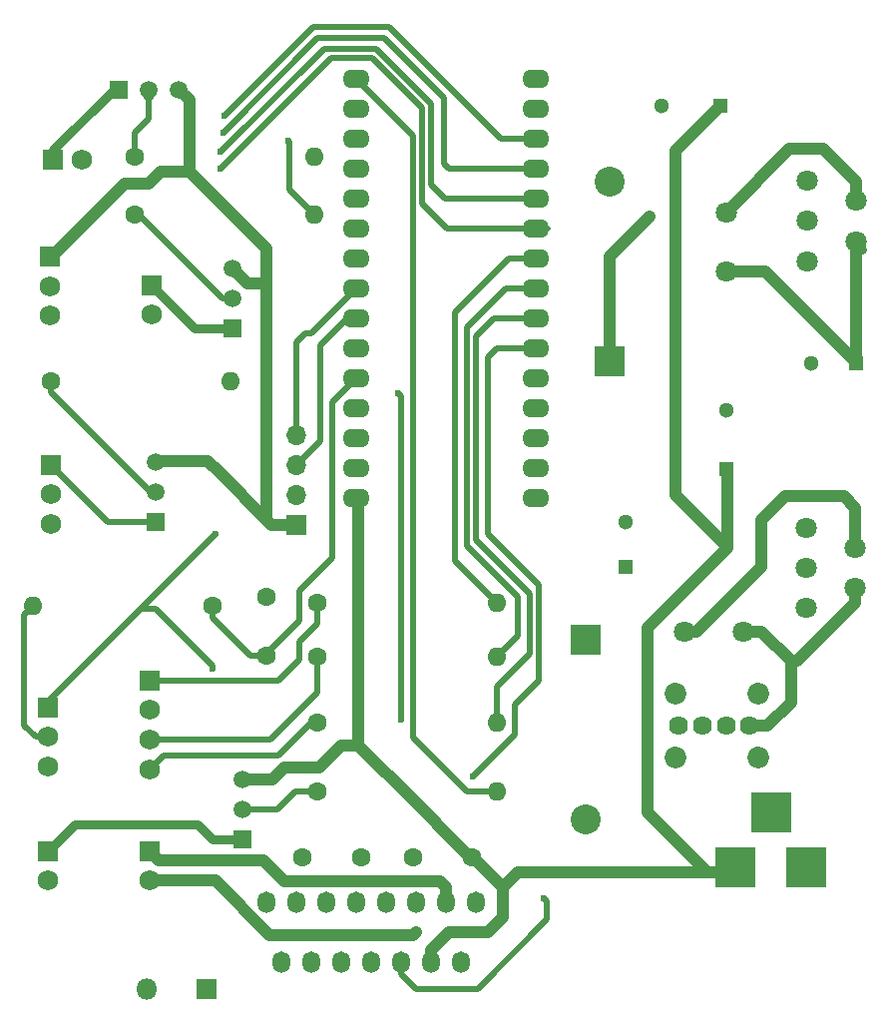
<source format=gbr>
G04 #@! TF.FileFunction,Copper,L1,Top,Signal*
%FSLAX46Y46*%
G04 Gerber Fmt 4.6, Leading zero omitted, Abs format (unit mm)*
G04 Created by KiCad (PCBNEW 4.0.7-e2-6376~58~ubuntu16.04.1) date Tue May  8 12:05:07 2018*
%MOMM*%
%LPD*%
G01*
G04 APERTURE LIST*
%ADD10C,0.100000*%
%ADD11C,1.520000*%
%ADD12R,1.520000X1.520000*%
%ADD13O,2.300000X1.600000*%
%ADD14R,1.300000X1.300000*%
%ADD15C,1.300000*%
%ADD16R,3.500120X3.500120*%
%ADD17C,2.540000*%
%ADD18R,2.540000X2.540000*%
%ADD19C,1.800860*%
%ADD20C,1.800000*%
%ADD21O,1.524000X1.824000*%
%ADD22C,1.620000*%
%ADD23C,1.850000*%
%ADD24R,1.800000X1.800000*%
%ADD25O,1.800000X1.800000*%
%ADD26R,1.700000X1.700000*%
%ADD27O,1.700000X1.700000*%
%ADD28C,1.600000*%
%ADD29O,1.600000X1.600000*%
%ADD30R,1.750000X1.750000*%
%ADD31C,1.750000*%
%ADD32C,0.600000*%
%ADD33C,0.800000*%
%ADD34C,0.500000*%
%ADD35C,1.000000*%
%ADD36C,0.750000*%
G04 APERTURE END LIST*
D10*
D11*
X117540000Y-55000000D03*
X120080000Y-55000000D03*
D12*
X115000000Y-55000000D03*
D13*
X135128000Y-54102000D03*
X135128000Y-56642000D03*
X135128000Y-59182000D03*
X135128000Y-61722000D03*
X135128000Y-64262000D03*
X135128000Y-66802000D03*
X135128000Y-69342000D03*
X135128000Y-71882000D03*
X135128000Y-74422000D03*
X135128000Y-76962000D03*
X135128000Y-79502000D03*
X135128000Y-82042000D03*
X135128000Y-84582000D03*
X135128000Y-87122000D03*
X135128000Y-89662000D03*
X150368000Y-89662000D03*
X150368000Y-87122000D03*
X150368000Y-84582000D03*
X150368000Y-82042000D03*
X150368000Y-79502000D03*
X150368000Y-76962000D03*
X150368000Y-74422000D03*
X150368000Y-71882000D03*
X150368000Y-69342000D03*
X150368000Y-66802000D03*
X150368000Y-64262000D03*
X150368000Y-61722000D03*
X150368000Y-59182000D03*
X150368000Y-56642000D03*
X150368000Y-54102000D03*
D14*
X165989000Y-56388000D03*
D15*
X160989000Y-56388000D03*
D14*
X166497000Y-87249000D03*
D15*
X166497000Y-82249000D03*
D14*
X177546000Y-78232000D03*
D15*
X173746000Y-78232000D03*
D14*
X158000000Y-95500000D03*
D15*
X158000000Y-91700000D03*
D16*
X167299860Y-121000000D03*
X173299340Y-121000000D03*
X170299600Y-116301000D03*
D17*
X154561960Y-116968220D03*
D18*
X154561960Y-101728220D03*
D17*
X156588040Y-62863780D03*
D18*
X156588040Y-78103780D03*
D19*
X166497000Y-65445640D03*
X166497000Y-70444360D03*
X163000640Y-101000000D03*
X167999360Y-101000000D03*
D20*
X173282500Y-95567500D03*
X173282500Y-98967500D03*
X173282500Y-92167500D03*
X177482500Y-93867500D03*
X177482500Y-97267500D03*
X173346000Y-66167000D03*
X173346000Y-69567000D03*
X173346000Y-62767000D03*
X177546000Y-64467000D03*
X177546000Y-67867000D03*
D21*
X145288000Y-123952000D03*
X144018000Y-129032000D03*
X142748000Y-123952000D03*
X141478000Y-129032000D03*
X140208000Y-123952000D03*
X138938000Y-129032000D03*
X137668000Y-123952000D03*
X136398000Y-129032000D03*
X135128000Y-123952000D03*
X133858000Y-129032000D03*
X132588000Y-123952000D03*
X131318000Y-129032000D03*
X130048000Y-123952000D03*
X128778000Y-129032000D03*
X127508000Y-123952000D03*
D22*
X168500000Y-109000000D03*
X166500000Y-109000000D03*
X164500000Y-109000000D03*
D23*
X169230000Y-111720000D03*
D22*
X162500000Y-109000000D03*
D23*
X162230000Y-111720000D03*
X169230000Y-106280000D03*
X162230000Y-106280000D03*
D24*
X122428000Y-131318000D03*
D25*
X117348000Y-131318000D03*
D11*
X124587000Y-72771000D03*
X124587000Y-70231000D03*
D12*
X124587000Y-75311000D03*
D11*
X125476000Y-116078000D03*
X125476000Y-113538000D03*
D12*
X125476000Y-118618000D03*
D11*
X118110000Y-89154000D03*
X118110000Y-86614000D03*
D12*
X118110000Y-91694000D03*
D26*
X130048000Y-91948000D03*
D27*
X130048000Y-89408000D03*
X130048000Y-86868000D03*
X130048000Y-84328000D03*
D28*
X131826000Y-98552000D03*
D29*
X147066000Y-98552000D03*
D28*
X131826000Y-103124000D03*
D29*
X147066000Y-103124000D03*
D28*
X131826000Y-108712000D03*
D29*
X147066000Y-108712000D03*
D28*
X131826000Y-114554000D03*
D29*
X147066000Y-114554000D03*
D28*
X109220000Y-79756000D03*
D29*
X124460000Y-79756000D03*
D28*
X122936000Y-98806000D03*
D29*
X107696000Y-98806000D03*
D28*
X116332000Y-65659000D03*
D29*
X131572000Y-65659000D03*
D28*
X116332000Y-60706000D03*
D29*
X131572000Y-60706000D03*
D30*
X108966000Y-119634000D03*
D31*
X108966000Y-122134000D03*
D28*
X130556000Y-120142000D03*
X135556000Y-120142000D03*
X139954000Y-120142000D03*
X144954000Y-120142000D03*
D30*
X117602000Y-119634000D03*
D31*
X117602000Y-122134000D03*
D30*
X108966000Y-107442000D03*
D31*
X108966000Y-109942000D03*
X108966000Y-112442000D03*
D28*
X127508000Y-98044000D03*
X127508000Y-103044000D03*
D30*
X117602000Y-105156000D03*
D31*
X117602000Y-107656000D03*
X117602000Y-110156000D03*
X117602000Y-112656000D03*
D30*
X109093000Y-69215000D03*
D31*
X109093000Y-71715000D03*
X109093000Y-74215000D03*
D30*
X109220000Y-86868000D03*
D31*
X109220000Y-89368000D03*
X109220000Y-91868000D03*
D30*
X117729000Y-71628000D03*
D31*
X117729000Y-74128000D03*
D30*
X109347000Y-60960000D03*
D31*
X111847000Y-60960000D03*
D32*
X122936000Y-104140000D03*
X123190000Y-92710000D03*
D33*
X160020000Y-65786000D03*
X140208000Y-126492000D03*
D32*
X123634500Y-60325000D03*
X123634500Y-61722000D03*
X123952000Y-57277000D03*
X151066500Y-123634500D03*
X129349500Y-59372500D03*
X123825000Y-58674000D03*
X145034000Y-113284000D03*
X138938000Y-108458000D03*
X138684000Y-80772000D03*
D34*
X127508000Y-103044000D02*
X127508000Y-102870000D01*
X127508000Y-102870000D02*
X130302000Y-100076000D01*
X133096000Y-81534000D02*
X135128000Y-79502000D01*
X133096000Y-94742000D02*
X133096000Y-81534000D01*
X130302000Y-97536000D02*
X133096000Y-94742000D01*
X130302000Y-100076000D02*
X130302000Y-97536000D01*
X127508000Y-103044000D02*
X126158000Y-103044000D01*
X122936000Y-99822000D02*
X122936000Y-98806000D01*
X126158000Y-103044000D02*
X122936000Y-99822000D01*
X108966000Y-109942000D02*
X107910000Y-109942000D01*
X106934000Y-99568000D02*
X107696000Y-98806000D01*
X106934000Y-108966000D02*
X106934000Y-99568000D01*
X107910000Y-109942000D02*
X106934000Y-108966000D01*
D35*
X135319000Y-110681000D02*
X133819000Y-110681000D01*
X127962000Y-113538000D02*
X125476000Y-113538000D01*
X129000000Y-112500000D02*
X127962000Y-113538000D01*
X132000000Y-112500000D02*
X129000000Y-112500000D01*
X133819000Y-110681000D02*
X132000000Y-112500000D01*
X166624000Y-88201500D02*
X166624000Y-87376000D01*
X166624000Y-87376000D02*
X166497000Y-87249000D01*
X166624000Y-93916500D02*
X166624000Y-93853000D01*
X162179000Y-60198000D02*
X165989000Y-56388000D01*
X162179000Y-89408000D02*
X162179000Y-60198000D01*
X166624000Y-93853000D02*
X162179000Y-89408000D01*
X164909500Y-121412000D02*
X159829500Y-116332000D01*
X159829500Y-116332000D02*
X159829500Y-100711000D01*
X159829500Y-100711000D02*
X166624000Y-93916500D01*
X166624000Y-93916500D02*
X166624000Y-88201500D01*
X167281860Y-121412000D02*
X164909500Y-121412000D01*
X167281860Y-121412000D02*
X148844000Y-121412000D01*
X148844000Y-121412000D02*
X147574000Y-122682000D01*
X145034000Y-120142000D02*
X147574000Y-122682000D01*
X147574000Y-122682000D02*
X147574000Y-125222000D01*
X147574000Y-125222000D02*
X146304000Y-126492000D01*
X146304000Y-126492000D02*
X143002000Y-126492000D01*
X143002000Y-126492000D02*
X141478000Y-128016000D01*
X141478000Y-128016000D02*
X141478000Y-129032000D01*
X142240000Y-117602000D02*
X141605000Y-116967000D01*
X141605000Y-116967000D02*
X140081000Y-115443000D01*
X140081000Y-115443000D02*
X135319000Y-110681000D01*
X135319000Y-110681000D02*
X135255000Y-110617000D01*
X135255000Y-110617000D02*
X135255000Y-89789000D01*
X135255000Y-89789000D02*
X135128000Y-89662000D01*
X134874000Y-89916000D02*
X135128000Y-89662000D01*
X144954000Y-120142000D02*
X144780000Y-120142000D01*
X144780000Y-120142000D02*
X142240000Y-117602000D01*
X144954000Y-120142000D02*
X145034000Y-120142000D01*
X121000000Y-62000000D02*
X118500000Y-62000000D01*
X115500000Y-63000000D02*
X109285000Y-69215000D01*
X117500000Y-63000000D02*
X115500000Y-63000000D01*
X118500000Y-62000000D02*
X117500000Y-63000000D01*
X109285000Y-69215000D02*
X109093000Y-69215000D01*
X127500000Y-91500000D02*
X123500000Y-87500000D01*
X122500000Y-86500000D02*
X118224000Y-86500000D01*
X123500000Y-87500000D02*
X122500000Y-86500000D01*
X118224000Y-86500000D02*
X118110000Y-86614000D01*
X127500000Y-71500000D02*
X125856000Y-71500000D01*
X125856000Y-71500000D02*
X124587000Y-70231000D01*
X130048000Y-91948000D02*
X127948000Y-91948000D01*
X121000000Y-55920000D02*
X120080000Y-55000000D01*
X121000000Y-62000000D02*
X121000000Y-55920000D01*
X127500000Y-68500000D02*
X121000000Y-62000000D01*
X127500000Y-91500000D02*
X127500000Y-71500000D01*
X127500000Y-71500000D02*
X127500000Y-68500000D01*
X127948000Y-91948000D02*
X127500000Y-91500000D01*
X177546000Y-78232000D02*
X177546000Y-78168500D01*
X177546000Y-78168500D02*
X169821860Y-70444360D01*
X169821860Y-70444360D02*
X166497000Y-70444360D01*
X177546000Y-78232000D02*
X177546000Y-67867000D01*
D36*
X178054000Y-68580000D02*
X177800000Y-68580000D01*
D34*
X124587000Y-70231000D02*
X124333000Y-70231000D01*
D35*
X172000000Y-103500000D02*
X172500000Y-103500000D01*
X177482500Y-98517500D02*
X177482500Y-97267500D01*
X172500000Y-103500000D02*
X177482500Y-98517500D01*
X167999360Y-101000000D02*
X169500000Y-101000000D01*
X170000000Y-109000000D02*
X168500000Y-109000000D01*
X172000000Y-107000000D02*
X170000000Y-109000000D01*
X172000000Y-103500000D02*
X172000000Y-107000000D01*
X169500000Y-101000000D02*
X172000000Y-103500000D01*
D34*
X118110000Y-99060000D02*
X122936000Y-103886000D01*
X122936000Y-103886000D02*
X122936000Y-104140000D01*
X116840000Y-99060000D02*
X118110000Y-99060000D01*
X123190000Y-92710000D02*
X116840000Y-99060000D01*
X116840000Y-99060000D02*
X108966000Y-106934000D01*
X108966000Y-106934000D02*
X108966000Y-107442000D01*
D35*
X163000640Y-101000000D02*
X164000000Y-101000000D01*
X177482500Y-90482500D02*
X177482500Y-93867500D01*
X176500000Y-89500000D02*
X177482500Y-90482500D01*
X171500000Y-89500000D02*
X176500000Y-89500000D01*
X169500000Y-91500000D02*
X171500000Y-89500000D01*
X169500000Y-95500000D02*
X169500000Y-91500000D01*
X164000000Y-101000000D02*
X169500000Y-95500000D01*
X177482500Y-93218000D02*
X177482500Y-93867500D01*
X156588040Y-69217960D02*
X156588040Y-78103780D01*
X160020000Y-65786000D02*
X156588040Y-69217960D01*
X166497000Y-65445640D02*
X166519860Y-65445640D01*
X166519860Y-65445640D02*
X171894500Y-60071000D01*
X177546000Y-62865000D02*
X177546000Y-64467000D01*
X174752000Y-60071000D02*
X177546000Y-62865000D01*
X171894500Y-60071000D02*
X174752000Y-60071000D01*
X140208000Y-126492000D02*
X139954000Y-126746000D01*
X139954000Y-126746000D02*
X127762000Y-126746000D01*
X127762000Y-126746000D02*
X123150000Y-122134000D01*
X123150000Y-122134000D02*
X117602000Y-122134000D01*
X142748000Y-123952000D02*
X142748000Y-122682000D01*
X127254000Y-120396000D02*
X118364000Y-120396000D01*
X129032000Y-122174000D02*
X127254000Y-120396000D01*
X142240000Y-122174000D02*
X129032000Y-122174000D01*
X142748000Y-122682000D02*
X142240000Y-122174000D01*
X118364000Y-120396000D02*
X117602000Y-119634000D01*
D36*
X125476000Y-118618000D02*
X122936000Y-118618000D01*
X111252000Y-117348000D02*
X108966000Y-119634000D01*
X121666000Y-117348000D02*
X111252000Y-117348000D01*
X122936000Y-118618000D02*
X121666000Y-117348000D01*
X109347000Y-60960000D02*
X109347000Y-60153000D01*
X109347000Y-60153000D02*
X114500000Y-55000000D01*
X114500000Y-55000000D02*
X115000000Y-55000000D01*
X124587000Y-75311000D02*
X121412000Y-75311000D01*
X121412000Y-75311000D02*
X117729000Y-71628000D01*
X124587000Y-75311000D02*
X123888500Y-75311000D01*
D34*
X150368000Y-64262000D02*
X142684500Y-64262000D01*
X132397500Y-51562000D02*
X123634500Y-60325000D01*
X136842500Y-51562000D02*
X132397500Y-51562000D01*
X141466002Y-56185502D02*
X136842500Y-51562000D01*
X141466002Y-63043502D02*
X141466002Y-56185502D01*
X142684500Y-64262000D02*
X141466002Y-63043502D01*
X118110000Y-91694000D02*
X114046000Y-91694000D01*
X114046000Y-91694000D02*
X109220000Y-86868000D01*
X150368000Y-66802000D02*
X142811500Y-66802000D01*
X133032500Y-52324000D02*
X123634500Y-61722000D01*
X136461500Y-52324000D02*
X133032500Y-52324000D01*
X140716000Y-56578500D02*
X136461500Y-52324000D01*
X140716000Y-64706500D02*
X140716000Y-56578500D01*
X142811500Y-66802000D02*
X140716000Y-64706500D01*
X151384000Y-66802000D02*
X150368000Y-66802000D01*
X135128000Y-74422000D02*
X134366000Y-74422000D01*
X134366000Y-74422000D02*
X132080000Y-76708000D01*
X132080000Y-76708000D02*
X132080000Y-84836000D01*
X132080000Y-84836000D02*
X130048000Y-86868000D01*
X130048000Y-84328000D02*
X130048000Y-76454000D01*
X131318000Y-75692000D02*
X135128000Y-71882000D01*
X130810000Y-75692000D02*
X131318000Y-75692000D01*
X130048000Y-76454000D02*
X130810000Y-75692000D01*
X131826000Y-103124000D02*
X131826000Y-106172000D01*
X127842000Y-110156000D02*
X117602000Y-110156000D01*
X131826000Y-106172000D02*
X127842000Y-110156000D01*
X131826000Y-108712000D02*
X131318000Y-108712000D01*
X131318000Y-108712000D02*
X128524000Y-111506000D01*
X128524000Y-111506000D02*
X118752000Y-111506000D01*
X118752000Y-111506000D02*
X117602000Y-112656000D01*
X131826000Y-98552000D02*
X131826000Y-100330000D01*
X128524000Y-105156000D02*
X117602000Y-105156000D01*
X130302000Y-103378000D02*
X128524000Y-105156000D01*
X130302000Y-101854000D02*
X130302000Y-103378000D01*
X131826000Y-100330000D02*
X130302000Y-101854000D01*
X150368000Y-59182000D02*
X147383500Y-59182000D01*
X131508500Y-49720500D02*
X123952000Y-57277000D01*
X137922000Y-49720500D02*
X131508500Y-49720500D01*
X147383500Y-59182000D02*
X137922000Y-49720500D01*
X138938000Y-130048000D02*
X138938000Y-129032000D01*
X140208000Y-131318000D02*
X138938000Y-130048000D01*
X145415000Y-131318000D02*
X140208000Y-131318000D01*
X151320500Y-125412500D02*
X145415000Y-131318000D01*
X151320500Y-123888500D02*
X151320500Y-125412500D01*
X151066500Y-123634500D02*
X151320500Y-123888500D01*
X147066000Y-114554000D02*
X144526000Y-114554000D01*
X139954000Y-58928000D02*
X135128000Y-54102000D01*
X139954000Y-109982000D02*
X139954000Y-58928000D01*
X144526000Y-114554000D02*
X139954000Y-109982000D01*
X129349500Y-59372500D02*
X129413000Y-59436000D01*
X129413000Y-59436000D02*
X129413000Y-63500000D01*
X129413000Y-63500000D02*
X131572000Y-65659000D01*
X150368000Y-61722000D02*
X143002000Y-61722000D01*
X131826000Y-50673000D02*
X123825000Y-58674000D01*
X137477500Y-50673000D02*
X131826000Y-50673000D01*
X142557500Y-55753000D02*
X137477500Y-50673000D01*
X142557500Y-61277500D02*
X142557500Y-55753000D01*
X143002000Y-61722000D02*
X142557500Y-61277500D01*
X150368000Y-69342000D02*
X148082000Y-69342000D01*
X143510000Y-94996000D02*
X147066000Y-98552000D01*
X143510000Y-73914000D02*
X143510000Y-94996000D01*
X148082000Y-69342000D02*
X143510000Y-73914000D01*
X150368000Y-71882000D02*
X147828000Y-71882000D01*
X148844000Y-101346000D02*
X147066000Y-103124000D01*
X148844000Y-98044000D02*
X148844000Y-101346000D01*
X144526000Y-93726000D02*
X148844000Y-98044000D01*
X144526000Y-75184000D02*
X144526000Y-93726000D01*
X147828000Y-71882000D02*
X144526000Y-75184000D01*
X150368000Y-74422000D02*
X146812000Y-74422000D01*
X147066000Y-105664000D02*
X147066000Y-108712000D01*
X149860000Y-102870000D02*
X147066000Y-105664000D01*
X149860000Y-97790000D02*
X149860000Y-102870000D01*
X145288000Y-93218000D02*
X149860000Y-97790000D01*
X145288000Y-75946000D02*
X145288000Y-93218000D01*
X146812000Y-74422000D02*
X145288000Y-75946000D01*
X150368000Y-76962000D02*
X147054002Y-76962000D01*
X148590000Y-109728000D02*
X145034000Y-113284000D01*
X148590000Y-107188000D02*
X148590000Y-109728000D01*
X150622000Y-105156000D02*
X148590000Y-107188000D01*
X150622000Y-97028000D02*
X150622000Y-105156000D01*
X146304000Y-92710000D02*
X150622000Y-97028000D01*
X146304000Y-77712002D02*
X146304000Y-92710000D01*
X147054002Y-76962000D02*
X146304000Y-77712002D01*
X138938000Y-81026000D02*
X138938000Y-108458000D01*
X138684000Y-80772000D02*
X138938000Y-81026000D01*
X131826000Y-114554000D02*
X129946000Y-114554000D01*
X128422000Y-116078000D02*
X125476000Y-116078000D01*
X129946000Y-114554000D02*
X128422000Y-116078000D01*
X116332000Y-60706000D02*
X116332000Y-58668000D01*
X117540000Y-57460000D02*
X117540000Y-55000000D01*
X116332000Y-58668000D02*
X117540000Y-57460000D01*
D35*
X117540000Y-55000000D02*
X117540000Y-55460000D01*
D34*
X124587000Y-72771000D02*
X123771000Y-72771000D01*
X123771000Y-72771000D02*
X116659000Y-65659000D01*
X116659000Y-65659000D02*
X116332000Y-65659000D01*
X118110000Y-89154000D02*
X117654000Y-89154000D01*
X117654000Y-89154000D02*
X109220000Y-80720000D01*
X109220000Y-80720000D02*
X109220000Y-79756000D01*
M02*

</source>
